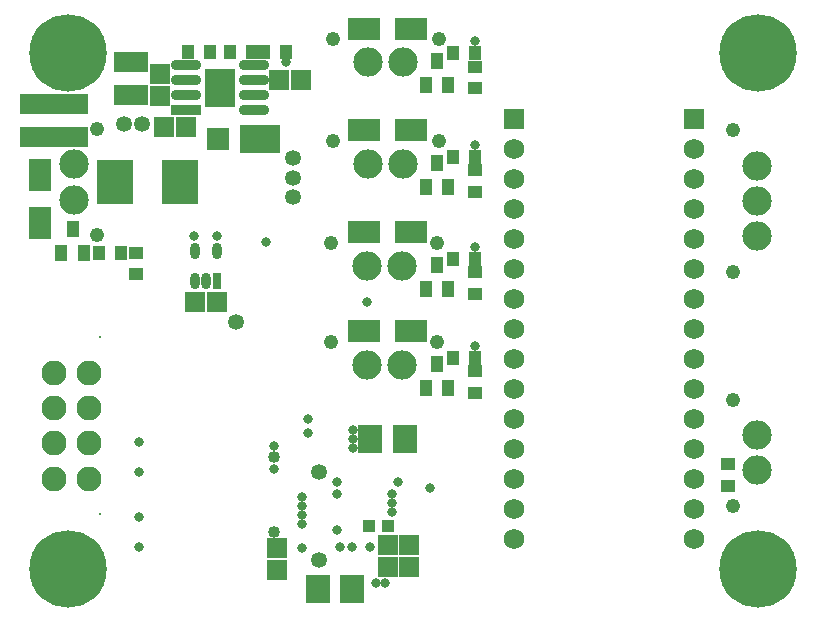
<source format=gbs>
G04*
G04 #@! TF.GenerationSoftware,Altium Limited,Altium Designer,20.1.12 (249)*
G04*
G04 Layer_Color=16711935*
%FSLAX25Y25*%
%MOIN*%
G70*
G04*
G04 #@! TF.SameCoordinates,4DEFB819-F1CA-47B0-AC9B-A980181B1EFC*
G04*
G04*
G04 #@! TF.FilePolarity,Negative*
G04*
G01*
G75*
%ADD35R,0.06706X0.06509*%
%ADD38R,0.04540X0.04343*%
%ADD39R,0.04343X0.04540*%
%ADD42R,0.06509X0.06706*%
%ADD44R,0.10249X0.13005*%
%ADD50R,0.06824X0.06824*%
%ADD51C,0.06824*%
%ADD52C,0.00800*%
%ADD53C,0.08300*%
%ADD54C,0.09800*%
%ADD55C,0.04800*%
%ADD56C,0.25800*%
%ADD57C,0.05300*%
%ADD58C,0.03200*%
%ADD59C,0.04000*%
%ADD60C,0.03800*%
%ADD98R,0.04304X0.04028*%
%ADD99R,0.12450X0.15100*%
%ADD100R,0.04300X0.05800*%
%ADD101R,0.10642X0.07493*%
%ADD102R,0.07300X0.07300*%
%ADD103R,0.13800X0.09461*%
%ADD104O,0.10249X0.03556*%
%ADD105R,0.10249X0.03556*%
%ADD106R,0.11430X0.07099*%
%ADD107R,0.07493X0.10642*%
%ADD108O,0.03162X0.05524*%
%ADD109R,0.03162X0.05524*%
%ADD110R,0.07887X0.09580*%
D35*
X210500Y159142D02*
D03*
Y151858D02*
D03*
X247500Y160142D02*
D03*
Y152858D02*
D03*
X254500Y160142D02*
D03*
Y152858D02*
D03*
X171500Y317142D02*
D03*
Y309858D02*
D03*
D38*
X276500Y218142D02*
D03*
Y210858D02*
D03*
X361000Y179858D02*
D03*
Y187142D02*
D03*
X163500Y257642D02*
D03*
Y250358D02*
D03*
X276500Y251142D02*
D03*
Y243858D02*
D03*
Y285142D02*
D03*
Y277858D02*
D03*
Y319642D02*
D03*
Y312358D02*
D03*
D39*
X158642Y257500D02*
D03*
X151358D02*
D03*
X180858Y324500D02*
D03*
X188142D02*
D03*
X213642D02*
D03*
X206358D02*
D03*
X202142D02*
D03*
X194858D02*
D03*
X276642Y289500D02*
D03*
X269358D02*
D03*
X276642Y324000D02*
D03*
X269358D02*
D03*
X276642Y255500D02*
D03*
X269358D02*
D03*
X276642Y222500D02*
D03*
X269358D02*
D03*
D42*
X180142Y299500D02*
D03*
X172858D02*
D03*
X190642Y241000D02*
D03*
X183358D02*
D03*
X218642Y315000D02*
D03*
X211358D02*
D03*
D44*
X191481Y312500D02*
D03*
D50*
X349500Y302000D02*
D03*
X289500D02*
D03*
D51*
X349500Y292000D02*
D03*
Y282000D02*
D03*
Y272000D02*
D03*
Y262000D02*
D03*
Y252000D02*
D03*
Y242000D02*
D03*
Y232000D02*
D03*
Y222000D02*
D03*
Y212000D02*
D03*
Y202000D02*
D03*
Y192000D02*
D03*
Y182000D02*
D03*
Y172000D02*
D03*
Y162000D02*
D03*
X289500Y292000D02*
D03*
Y282000D02*
D03*
Y272000D02*
D03*
Y262000D02*
D03*
Y252000D02*
D03*
Y242000D02*
D03*
Y232000D02*
D03*
Y222000D02*
D03*
Y212000D02*
D03*
Y202000D02*
D03*
Y192000D02*
D03*
Y182000D02*
D03*
Y172000D02*
D03*
Y162000D02*
D03*
D52*
X151700Y229450D02*
D03*
Y170350D02*
D03*
D53*
X136200Y194000D02*
D03*
Y182200D02*
D03*
Y205800D02*
D03*
Y217600D02*
D03*
X148000Y194000D02*
D03*
Y182200D02*
D03*
Y205800D02*
D03*
Y217600D02*
D03*
D54*
X370500Y286600D02*
D03*
Y274800D02*
D03*
Y263000D02*
D03*
X143000Y287000D02*
D03*
Y275200D02*
D03*
X252800Y287000D02*
D03*
X241000D02*
D03*
X252800Y321000D02*
D03*
X241000D02*
D03*
X252300Y253000D02*
D03*
X240500D02*
D03*
X252300Y220000D02*
D03*
X240500D02*
D03*
X370500Y196800D02*
D03*
Y185000D02*
D03*
D55*
X362800Y298400D02*
D03*
Y251200D02*
D03*
X150700Y298800D02*
D03*
Y263400D02*
D03*
X264600Y294700D02*
D03*
X229200D02*
D03*
X264600Y328700D02*
D03*
X229200D02*
D03*
X264100Y260700D02*
D03*
X228700D02*
D03*
X264100Y227700D02*
D03*
X228700D02*
D03*
X362800Y208600D02*
D03*
Y173200D02*
D03*
D56*
X371000Y324000D02*
D03*
Y152000D02*
D03*
X141000D02*
D03*
Y324000D02*
D03*
D57*
X224500Y155000D02*
D03*
X165500Y300500D02*
D03*
X159500D02*
D03*
X216000Y276000D02*
D03*
Y282500D02*
D03*
Y289000D02*
D03*
X197000Y234500D02*
D03*
X224500Y184500D02*
D03*
D58*
X246500Y147500D02*
D03*
X243490Y147510D02*
D03*
X209500Y185500D02*
D03*
X207000Y261000D02*
D03*
X230500Y181000D02*
D03*
X221000Y202000D02*
D03*
Y197500D02*
D03*
X251000Y181000D02*
D03*
X240500Y241000D02*
D03*
X219000Y176000D02*
D03*
Y173000D02*
D03*
X276500Y328000D02*
D03*
Y293500D02*
D03*
Y259500D02*
D03*
Y226500D02*
D03*
X190500Y263000D02*
D03*
X241484Y159484D02*
D03*
X235597Y159457D02*
D03*
X231642Y159358D02*
D03*
X219000Y159000D02*
D03*
X230500Y177000D02*
D03*
X219000Y167000D02*
D03*
X230500Y165000D02*
D03*
X236000Y192500D02*
D03*
Y195500D02*
D03*
Y198500D02*
D03*
X249000Y171000D02*
D03*
Y174000D02*
D03*
Y177000D02*
D03*
X261500Y179000D02*
D03*
X164500Y184500D02*
D03*
Y194500D02*
D03*
X219000Y170000D02*
D03*
X209500Y193000D02*
D03*
X164500Y159500D02*
D03*
Y169500D02*
D03*
X213500Y321000D02*
D03*
X183000Y263000D02*
D03*
D59*
X209500Y189500D02*
D03*
Y164500D02*
D03*
D60*
X189181Y316000D02*
D03*
X193781D02*
D03*
X189181Y309000D02*
D03*
X193781D02*
D03*
D98*
X241350Y166500D02*
D03*
X247650D02*
D03*
D99*
X178225Y281100D02*
D03*
X156775D02*
D03*
D100*
X138760Y257563D02*
D03*
X146240D02*
D03*
X142500Y265437D02*
D03*
X260260Y212563D02*
D03*
X267740D02*
D03*
X264000Y220437D02*
D03*
X260260Y313563D02*
D03*
X267740D02*
D03*
X264000Y321437D02*
D03*
X260260Y245563D02*
D03*
X267740D02*
D03*
X264000Y253437D02*
D03*
X260260Y279563D02*
D03*
X267740D02*
D03*
X264000Y287437D02*
D03*
D101*
X255374Y332000D02*
D03*
X239626D02*
D03*
X255374Y298500D02*
D03*
X239626D02*
D03*
X255374Y264500D02*
D03*
X239626D02*
D03*
X255374Y231500D02*
D03*
X239626D02*
D03*
D102*
X191000Y295500D02*
D03*
D103*
X205000D02*
D03*
D104*
X202819Y320000D02*
D03*
Y315000D02*
D03*
Y310000D02*
D03*
Y305000D02*
D03*
X180181Y320000D02*
D03*
Y315000D02*
D03*
Y310000D02*
D03*
D105*
Y305000D02*
D03*
D106*
X162000Y321012D02*
D03*
Y309988D02*
D03*
X130500Y295988D02*
D03*
Y307012D02*
D03*
X142000Y295988D02*
D03*
Y307012D02*
D03*
D107*
X131500Y267626D02*
D03*
Y283374D02*
D03*
D108*
X183260Y258236D02*
D03*
X190740D02*
D03*
X183260Y248000D02*
D03*
X187000D02*
D03*
D109*
X190740D02*
D03*
D110*
X253248Y195500D02*
D03*
X241752D02*
D03*
X235748Y145500D02*
D03*
X224252D02*
D03*
M02*

</source>
